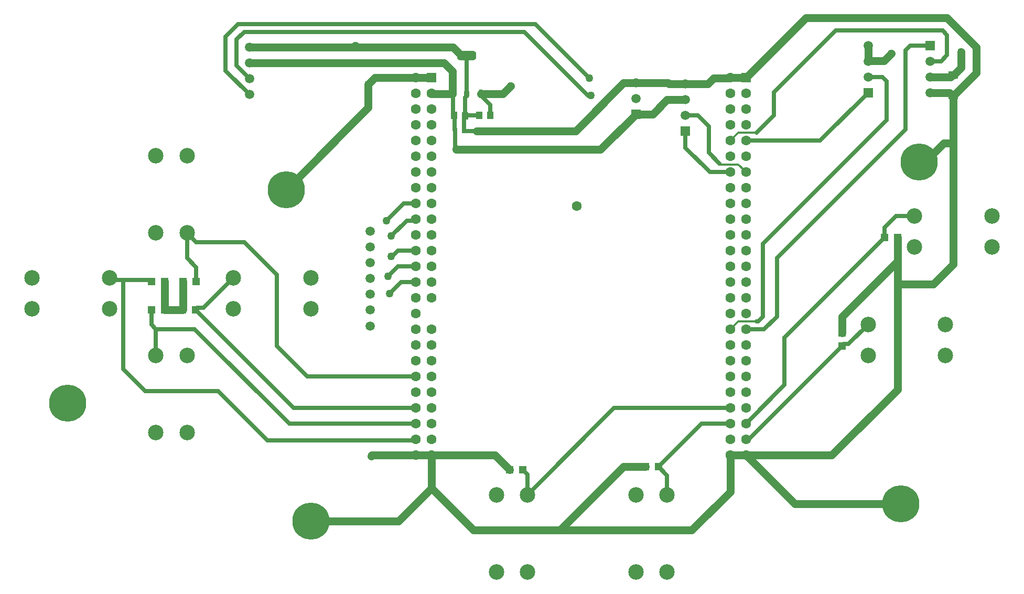
<source format=gtl>
G04*
G04 #@! TF.GenerationSoftware,Altium Limited,Altium Designer,19.1.5 (86)*
G04*
G04 Layer_Physical_Order=1*
G04 Layer_Color=255*
%FSLAX44Y44*%
%MOMM*%
G71*
G01*
G75*
G04:AMPARAMS|DCode=14|XSize=1.4542mm|YSize=3.1321mm|CornerRadius=0.4362mm|HoleSize=0mm|Usage=FLASHONLY|Rotation=90.000|XOffset=0mm|YOffset=0mm|HoleType=Round|Shape=RoundedRectangle|*
%AMROUNDEDRECTD14*
21,1,1.4542,2.2596,0,0,90.0*
21,1,0.5817,3.1321,0,0,90.0*
1,1,0.8725,1.1298,0.2908*
1,1,0.8725,1.1298,-0.2908*
1,1,0.8725,-1.1298,-0.2908*
1,1,0.8725,-1.1298,0.2908*
%
%ADD14ROUNDEDRECTD14*%
G04:AMPARAMS|DCode=15|XSize=1.4542mm|YSize=0.8734mm|CornerRadius=0.4367mm|HoleSize=0mm|Usage=FLASHONLY|Rotation=90.000|XOffset=0mm|YOffset=0mm|HoleType=Round|Shape=RoundedRectangle|*
%AMROUNDEDRECTD15*
21,1,1.4542,0.0000,0,0,90.0*
21,1,0.5808,0.8734,0,0,90.0*
1,1,0.8734,0.0000,0.2904*
1,1,0.8734,0.0000,-0.2904*
1,1,0.8734,0.0000,-0.2904*
1,1,0.8734,0.0000,0.2904*
%
%ADD15ROUNDEDRECTD15*%
%ADD16R,0.8734X1.4542*%
%ADD29R,1.0000X1.3000*%
%ADD30R,0.8000X0.9000*%
%ADD31R,1.5240X1.3000*%
%ADD32R,1.2700X1.2700*%
%ADD33R,1.2700X1.2700*%
%ADD34C,1.2700*%
%ADD35C,0.6350*%
%ADD36C,0.3048*%
%ADD37C,1.6000*%
%ADD38R,1.6000X1.6000*%
%ADD39C,1.5000*%
%ADD40C,2.5000*%
%ADD41C,6.0000*%
%ADD42R,1.5000X1.5000*%
%ADD43C,1.2700*%
D14*
X751840Y959120D02*
D03*
D15*
X774840Y897620D02*
D03*
X751840D02*
D03*
D16*
X728840D02*
D03*
D29*
X789940Y862330D02*
D03*
X772040Y862430D02*
D03*
X731520Y862330D02*
D03*
X749420Y862230D02*
D03*
D30*
X747014Y838200D02*
D03*
X732790D02*
D03*
D31*
X1537500Y894480D02*
D03*
Y927500D02*
D03*
D32*
X1426164Y665000D02*
D03*
X1447500D02*
D03*
X314706Y594360D02*
D03*
X293370D02*
D03*
X242824Y548640D02*
D03*
X264160D02*
D03*
X242824Y594360D02*
D03*
X264160D02*
D03*
X313690Y548640D02*
D03*
X292354D02*
D03*
X1061336Y295000D02*
D03*
X1040000D02*
D03*
X842500Y290000D02*
D03*
X821164D02*
D03*
D33*
X1357500Y490000D02*
D03*
Y511336D02*
D03*
D34*
X401000Y973000D02*
X729570D01*
X641880Y207500D02*
X694690Y260310D01*
X500000Y207500D02*
X641880D01*
X592500Y875000D02*
Y912500D01*
X460000Y742500D02*
X592500Y875000D01*
X1537500Y817500D02*
Y894480D01*
Y622500D02*
Y817500D01*
X1521867D02*
X1537500D01*
X1491867Y787500D02*
X1521867Y817500D01*
X1482500Y787500D02*
X1491867D01*
X1202690Y313690D02*
X1281380Y235000D01*
X1452500D01*
X592500Y912500D02*
X603290Y923290D01*
X669290D01*
X743450Y959120D02*
X751840D01*
X729570Y973000D02*
X743450Y959120D01*
X728840Y897620D02*
Y933660D01*
X715000Y947500D02*
X728840Y933660D01*
X401000Y947500D02*
X715000D01*
X774840Y897620D02*
X810120D01*
X822500Y910000D01*
X767500Y837500D02*
X927500D01*
X1004960Y914960D01*
X1024560D01*
X1025000Y915400D01*
X735000Y807500D02*
Y808080D01*
Y807500D02*
X967900D01*
X1025000Y864600D01*
X1140800Y913300D02*
X1150240Y922740D01*
X1176740D01*
X1177290Y923290D01*
X1105000Y913300D02*
X1140800D01*
X1202690Y923290D02*
X1299400Y1020000D01*
X1527500D01*
X1575000Y972500D01*
Y930860D02*
Y972500D01*
X1538620Y894480D02*
X1575000Y930860D01*
X1425440Y950440D02*
X1437500Y962500D01*
X1400440Y950440D02*
X1425440D01*
X1400000Y950000D02*
X1400440Y950440D01*
X1550000Y940000D02*
Y965000D01*
X1538770Y928770D02*
X1550000Y940000D01*
X1538770Y927650D02*
Y928770D01*
X1538620Y927500D02*
X1538770Y927650D01*
X1537500Y927500D02*
X1538620D01*
X1447500Y590000D02*
Y627500D01*
Y420000D02*
Y590000D01*
X1505000D02*
X1537500Y622500D01*
X1447500Y590000D02*
X1505000D01*
X1177290Y254790D02*
Y313690D01*
X1115260Y192761D02*
X1177290Y254790D01*
X902760Y192761D02*
X1115260D01*
X264160Y571500D02*
Y594360D01*
Y548640D02*
Y571500D01*
Y548640D02*
X292354D01*
X293370Y549656D01*
Y594360D01*
X669290Y313690D02*
X694690D01*
X598690D02*
X669290D01*
X597500Y312500D02*
X598690Y313690D01*
X902760Y192761D02*
X1005000Y295000D01*
X1040000D01*
X762240Y192761D02*
X902760D01*
X694690Y260310D02*
X762240Y192761D01*
X694690Y260310D02*
Y313690D01*
X797474D01*
X821164Y290000D01*
X669290Y923290D02*
X694690D01*
X1177290D02*
X1202690D01*
X1341190Y313690D02*
X1447500Y420000D01*
X1202690Y313690D02*
X1341190D01*
X1177290D02*
X1202690D01*
X1357500Y537500D02*
X1447500Y627500D01*
Y665000D01*
X1357500Y511336D02*
Y537500D01*
X1076350Y915400D02*
X1078450Y913300D01*
X1025000Y915400D02*
X1076350D01*
X1078450Y913300D02*
X1105000D01*
X1052100Y864600D02*
X1075400Y887900D01*
X1105000D01*
X1025000Y864600D02*
X1052100D01*
X694690Y897890D02*
X694960Y897620D01*
X728840D01*
X1400000Y950000D02*
Y975400D01*
X1531660Y899200D02*
X1536380Y894480D01*
X1500000Y899200D02*
X1531660D01*
X1536380Y927500D02*
X1537500D01*
X1533480Y924600D02*
X1536380Y927500D01*
X1500000Y924600D02*
X1533480D01*
D35*
X862500Y1010000D02*
X950000Y922500D01*
X382500Y1010000D02*
X862500D01*
X947500Y895000D02*
X952500D01*
X845000Y997500D02*
X947500Y895000D01*
X362500Y990000D02*
X382500Y1010000D01*
X362500Y935000D02*
Y990000D01*
Y935000D02*
X401000Y896500D01*
X392500Y997500D02*
X845000D01*
X380000Y985000D02*
X392500Y997500D01*
X380000Y943000D02*
Y985000D01*
Y943000D02*
X401000Y922000D01*
X747714Y837500D02*
X767500D01*
X747014Y838200D02*
X747714Y837500D01*
X732790Y810290D02*
X735000Y808080D01*
X732790Y810290D02*
Y838200D01*
X732155Y838835D02*
X732790Y838200D01*
X1247500Y900000D02*
X1347370Y999870D01*
X1247500Y862500D02*
Y900000D01*
X1347370Y999870D02*
X1520130D01*
X1426164Y681164D02*
X1445000Y700000D01*
X1475000D01*
X1426164Y665000D02*
Y681164D01*
X1265000Y427500D02*
Y503836D01*
X1426164Y665000D01*
X1142500Y802500D02*
X1160000Y785000D01*
X1142500Y802500D02*
Y845000D01*
X1125000Y862500D02*
X1142500Y845000D01*
X1105000Y862500D02*
X1125000D01*
X1144110Y770890D02*
X1177290D01*
X1105000Y810000D02*
X1144110Y770890D01*
X1105000Y810000D02*
Y837100D01*
X774840Y894716D02*
X789940Y879616D01*
X774840Y894716D02*
Y897620D01*
X789940Y862330D02*
Y879616D01*
X751840Y897620D02*
Y959120D01*
Y894071D02*
Y897620D01*
X749420Y891651D02*
X751840Y894071D01*
X749420Y862230D02*
Y891651D01*
X749620Y862430D02*
X772040D01*
X749420Y862230D02*
X749620Y862430D01*
X747839Y860649D02*
X749420Y862230D01*
X747839Y839025D02*
Y860649D01*
X747014Y838200D02*
X747839Y839025D01*
X732155Y838835D02*
Y861695D01*
X731520Y862330D02*
X732155Y861695D01*
X730032Y863818D02*
X731520Y862330D01*
X730032Y863818D02*
Y896428D01*
X728840Y897620D02*
X730032Y896428D01*
X1220000Y835000D02*
X1247500Y862500D01*
X1520130Y999870D02*
X1527500Y992500D01*
Y960000D02*
Y992500D01*
X1517500Y950000D02*
X1527500Y960000D01*
X1500000Y950000D02*
X1517500D01*
X1202690Y821690D02*
X1322490D01*
X1400000Y899200D01*
X1230000Y537500D02*
Y655000D01*
X1430000Y855000D01*
Y917500D01*
X1422900Y924600D02*
X1430000Y917500D01*
X1400000Y924600D02*
X1422900D01*
X1252500Y632500D02*
X1460000Y840000D01*
X1252500Y537500D02*
Y632500D01*
X1460000Y840000D02*
Y967500D01*
X1202690Y516890D02*
X1231890D01*
X1252500Y537500D01*
X1460000Y967500D02*
X1467900Y975400D01*
X1500000D01*
X1220000Y530000D02*
X1222500D01*
X1230000Y537500D01*
X1202690Y365190D02*
X1265000Y427500D01*
X1202690Y364490D02*
Y365190D01*
Y339090D02*
X1204536Y340936D01*
X1208436D01*
X1357500Y490000D01*
X1360675Y493175D01*
X1368175D01*
X1400000Y525000D01*
X989890Y389890D02*
X1177290D01*
X850000Y250000D02*
X989890Y389890D01*
X1061336Y295000D02*
X1075000Y281336D01*
Y250000D02*
Y281336D01*
X1130826Y364490D02*
X1177290D01*
X1061336Y295000D02*
X1130826Y364490D01*
X842500Y290000D02*
X850000Y282500D01*
Y250000D02*
Y282500D01*
X392500Y657500D02*
X445000Y605000D01*
X315172Y657500D02*
X392500D01*
X300000Y672672D02*
X315172Y657500D01*
X177820Y597180D02*
X197500D01*
Y452500D02*
Y597180D01*
Y452500D02*
X232500Y417500D01*
X197500Y597180D02*
X240004D01*
X430000Y337500D02*
X667700D01*
X669290Y339090D01*
X350000Y417500D02*
X430000Y337500D01*
X232500Y417500D02*
X350000D01*
X312500Y517500D02*
X465510Y364490D01*
X669290D01*
X250000Y517500D02*
X312500D01*
X472440Y389890D02*
X669290D01*
X313690Y548640D02*
X472440Y389890D01*
X494310Y440690D02*
X669290D01*
X445000Y490000D02*
X494310Y440690D01*
X445000Y490000D02*
Y605000D01*
X650090Y720090D02*
X669290D01*
X622500Y692500D02*
X650090Y720090D01*
X630000Y667500D02*
X655344Y692844D01*
X667444D01*
X669290Y694690D01*
X630000Y635000D02*
X631718D01*
X640608Y643890D01*
X669290D01*
X640990Y618490D02*
X669290D01*
X625000Y602500D02*
X640990Y618490D01*
X627500Y575000D02*
X645590Y593090D01*
X669290D01*
X313690Y548640D02*
X316865Y551815D01*
X326815D01*
X375000Y600000D01*
X242500Y525000D02*
Y548316D01*
X242824Y548640D01*
X242500Y525000D02*
X250000Y517500D01*
Y475000D02*
Y517500D01*
X240004Y597180D02*
X242824Y594360D01*
X175000Y600000D02*
X177820Y597180D01*
X315000Y594654D02*
Y617500D01*
X314706Y594360D02*
X315000Y594654D01*
X300000Y632500D02*
X315000Y617500D01*
X300000Y632500D02*
Y672672D01*
D36*
X1160000Y785000D02*
X1162046Y782954D01*
X1190626D01*
X1202690Y770890D01*
X1190600Y835000D02*
X1220000D01*
X1177290Y821690D02*
X1190600Y835000D01*
X1190400Y530000D02*
X1220000D01*
X1177290Y516890D02*
X1190400Y530000D01*
D37*
X669290Y339090D02*
D03*
X694690D02*
D03*
X669290Y364490D02*
D03*
X694690D02*
D03*
X669290Y389890D02*
D03*
X694690D02*
D03*
X669290Y415290D02*
D03*
X694690D02*
D03*
X669290Y440690D02*
D03*
X694690D02*
D03*
X669290Y466090D02*
D03*
X694690D02*
D03*
X669290Y491490D02*
D03*
X694690D02*
D03*
X669290Y516890D02*
D03*
X694690D02*
D03*
X669290Y542290D02*
D03*
X929690Y716040D02*
D03*
X669290Y567690D02*
D03*
X694690D02*
D03*
X669290Y593090D02*
D03*
X694690D02*
D03*
X669290Y618490D02*
D03*
X694690D02*
D03*
X669290Y643890D02*
D03*
X694690D02*
D03*
X669290Y669290D02*
D03*
X694690D02*
D03*
X669290Y694690D02*
D03*
X694690D02*
D03*
X669290Y720090D02*
D03*
X694690D02*
D03*
X669290Y745490D02*
D03*
X694690D02*
D03*
X669290Y770890D02*
D03*
X694690D02*
D03*
X669290Y796290D02*
D03*
X694690D02*
D03*
X669290Y821690D02*
D03*
X694690D02*
D03*
X669290Y847090D02*
D03*
X694690D02*
D03*
X669290Y872490D02*
D03*
X694690D02*
D03*
X669290Y897890D02*
D03*
X694690D02*
D03*
X669290Y923290D02*
D03*
Y313690D02*
D03*
X694690D02*
D03*
X1202690D02*
D03*
X1177290D02*
D03*
Y923290D02*
D03*
X1202690Y897890D02*
D03*
X1177290D02*
D03*
X1202690Y872490D02*
D03*
X1177290D02*
D03*
X1202690Y847090D02*
D03*
X1177290D02*
D03*
X1202690Y821690D02*
D03*
Y796290D02*
D03*
X1177290D02*
D03*
X1202690Y770890D02*
D03*
X1177290D02*
D03*
X1202690Y745490D02*
D03*
X1177290D02*
D03*
X1202690Y720090D02*
D03*
X1177290D02*
D03*
X1202690Y694690D02*
D03*
X1177290D02*
D03*
X1202690Y669290D02*
D03*
X1177290D02*
D03*
X1202690Y643890D02*
D03*
X1177290D02*
D03*
X1202690Y618490D02*
D03*
X1177290D02*
D03*
X1202690Y593090D02*
D03*
X1177290D02*
D03*
X1202690Y567690D02*
D03*
X1177290D02*
D03*
X1202690Y542290D02*
D03*
X1177290D02*
D03*
X1202690Y516890D02*
D03*
X1177290D02*
D03*
X1202690Y491490D02*
D03*
X1177290D02*
D03*
X1202690Y466090D02*
D03*
X1177290D02*
D03*
X1202690Y440690D02*
D03*
X1177290D02*
D03*
X1202690Y415290D02*
D03*
X1177290D02*
D03*
X1202690Y389890D02*
D03*
X1177290D02*
D03*
X1202690Y364490D02*
D03*
X1177290D02*
D03*
X1202690Y339090D02*
D03*
X1177290D02*
D03*
Y821690D02*
D03*
D38*
X694690Y923290D02*
D03*
X1202690D02*
D03*
D39*
X401000Y896500D02*
D03*
Y922000D02*
D03*
Y947500D02*
D03*
Y973000D02*
D03*
X596110Y522640D02*
D03*
Y548140D02*
D03*
Y573640D02*
D03*
Y599140D02*
D03*
Y624640D02*
D03*
Y650140D02*
D03*
Y675640D02*
D03*
X1025000Y890000D02*
D03*
Y915400D02*
D03*
X1400000Y975400D02*
D03*
Y950000D02*
D03*
Y924600D02*
D03*
X1500000Y899200D02*
D03*
Y924600D02*
D03*
Y950000D02*
D03*
X1105000Y862500D02*
D03*
Y887900D02*
D03*
Y913300D02*
D03*
D40*
X1400000Y525000D02*
D03*
Y475000D02*
D03*
X1525000D02*
D03*
Y525000D02*
D03*
X300000Y797672D02*
D03*
X250000D02*
D03*
Y672672D02*
D03*
X300000D02*
D03*
X250000Y350000D02*
D03*
X300000D02*
D03*
Y475000D02*
D03*
X250000D02*
D03*
X50000Y600000D02*
D03*
Y550000D02*
D03*
X175000D02*
D03*
Y600000D02*
D03*
X375000D02*
D03*
Y550000D02*
D03*
X500000D02*
D03*
Y600000D02*
D03*
X1075000Y250000D02*
D03*
X1025000D02*
D03*
Y125000D02*
D03*
X1075000D02*
D03*
X850000Y250000D02*
D03*
X800000D02*
D03*
Y125000D02*
D03*
X850000D02*
D03*
X1475000Y700000D02*
D03*
Y650000D02*
D03*
X1600000D02*
D03*
Y700000D02*
D03*
D41*
X500000Y207500D02*
D03*
X107500Y397500D02*
D03*
X460000Y742500D02*
D03*
X1482500Y787500D02*
D03*
X1452500Y235000D02*
D03*
D42*
X1025000Y864600D02*
D03*
X1400000Y899200D02*
D03*
X1500000Y975400D02*
D03*
X1105000Y837100D02*
D03*
D43*
X572500Y975000D02*
D03*
X592500Y912500D02*
D03*
X950000Y922500D02*
D03*
X952500Y895000D02*
D03*
X822500Y910000D02*
D03*
X1437500Y962500D02*
D03*
X1550000Y965000D02*
D03*
X264160Y571500D02*
D03*
X597500Y312500D02*
D03*
X622500Y692500D02*
D03*
X630000Y667500D02*
D03*
Y635000D02*
D03*
X625000Y602500D02*
D03*
X627500Y575000D02*
D03*
M02*

</source>
